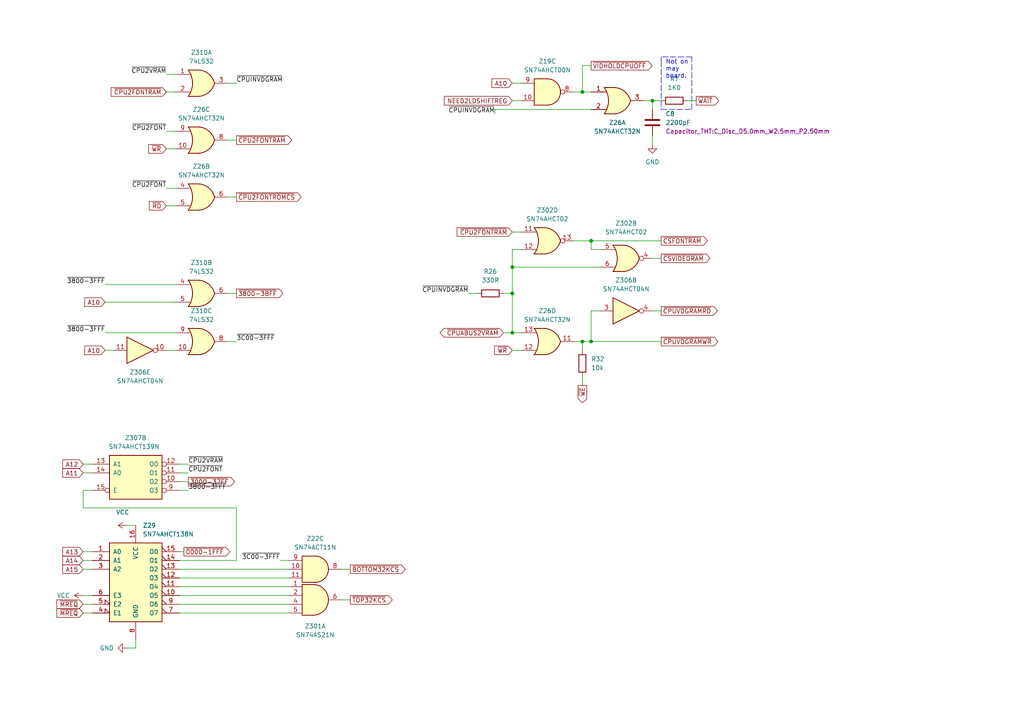
<source format=kicad_sch>
(kicad_sch (version 20211123) (generator eeschema)
  (paper "A4")
  (title_block (title "JupiterAce Z80 plus KIO and new memory format.") (date "2020-05-12") (rev "${REVNUM}") (company "Ontobus") (comment 1 "John Bradley") (comment 2 "https://creativecommons.org/licenses/by-nc-sa/4.0/") (comment 3 "Attribution-NonCommercial-ShareAlike 4.0 International License.") (comment 4 "This work is licensed under a Creative Commons "))
  (lib_symbols
    (symbol "74xx-FIX:74LS21" (pin_names (offset 1.016))
      (property "Reference" "U" (at 0 1.27 0))
      (property "Value" "74LS21" (at 0 -1.27 0))
      (symbol "74LS21_1_0"
        (pin no_connect line (at 2.54 -2.54 180) (length 2.54) hide (name "") (number "11"))
        (pin no_connect line (at 2.54 -1.27 180) (length 2.54) hide (name "") (number "3"))
      )
      (symbol "74LS21_1_1"
        (pin input line (at -7.62 3.81 0) (length 3.81) (name "~") (number "1"))
        (pin input line (at -7.62 1.27 0) (length 3.81) (name "~") (number "2"))
        (pin input line (at -7.62 -1.27 0) (length 3.81) (name "~") (number "4"))
        (pin input line (at -7.62 -3.81 0) (length 3.81) (name "~") (number "5"))
        (pin output line (at 7.62 0 180) (length 3.81) (name "~") (number "6"))
      )
      (symbol "74LS21_1_2"
        (pin input inverted (at -7.62 3.81 0) (length 3.81) (name "~") (number "1"))
        (pin input inverted (at -7.62 1.27 0) (length 4.826) (name "~") (number "2"))
        (pin input inverted (at -7.62 -1.27 0) (length 4.826) (name "~") (number "4"))
        (pin input inverted (at -7.62 -3.81 0) (length 3.81) (name "~") (number "5"))
        (pin output inverted (at 7.62 0 180) (length 3.81) (name "~") (number "6"))
      )
      (symbol "74LS21_2_1"
        (pin input line (at -7.62 1.27 0) (length 3.81) (name "~") (number "10"))
        (pin input line (at -7.62 -1.27 0) (length 3.81) (name "~") (number "12"))
        (pin input line (at -7.62 -3.81 0) (length 3.81) (name "~") (number "13"))
        (pin output line (at 7.62 0 180) (length 3.81) (name "~") (number "8"))
        (pin input line (at -7.62 3.81 0) (length 3.81) (name "~") (number "9"))
      )
      (symbol "74LS21_2_2"
        (pin input inverted (at -7.62 1.27 0) (length 4.826) (name "~") (number "10"))
        (pin input inverted (at -7.62 -1.27 0) (length 4.826) (name "~") (number "12"))
        (pin input inverted (at -7.62 -3.81 0) (length 3.81) (name "~") (number "13"))
        (pin output inverted (at 7.62 0 180) (length 3.81) (name "~") (number "8"))
        (pin input inverted (at -7.62 3.81 0) (length 3.81) (name "~") (number "9"))
      )
      (symbol "74LS21_3_0"
        (pin power_in line (at 0 12.7 270) (length 5.08) (name "VCC") (number "14"))
        (pin power_in line (at 0 -12.7 90) (length 5.08) (name "GND") (number "7"))
      )
    )
    (symbol "74xx:74LS00" (pin_names (offset 1.016))
      (property "Reference" "U" (at 0 1.27 0))
      (property "Value" "74LS00" (at 0 -1.27 0))
      (symbol "74LS00_1_1"
        (pin input line (at -7.62 2.54 0) (length 3.81) (name "~") (number "1"))
        (pin input line (at -7.62 -2.54 0) (length 3.81) (name "~") (number "2"))
        (pin output inverted (at 7.62 0 180) (length 3.81) (name "~") (number "3"))
      )
      (symbol "74LS00_1_2"
        (pin input inverted (at -7.62 2.54 0) (length 4.318) (name "~") (number "1"))
        (pin input inverted (at -7.62 -2.54 0) (length 4.318) (name "~") (number "2"))
        (pin output line (at 7.62 0 180) (length 3.81) (name "~") (number "3"))
      )
      (symbol "74LS00_2_1"
        (pin input line (at -7.62 2.54 0) (length 3.81) (name "~") (number "4"))
        (pin input line (at -7.62 -2.54 0) (length 3.81) (name "~") (number "5"))
        (pin output inverted (at 7.62 0 180) (length 3.81) (name "~") (number "6"))
      )
      (symbol "74LS00_2_2"
        (pin input inverted (at -7.62 2.54 0) (length 4.318) (name "~") (number "4"))
        (pin input inverted (at -7.62 -2.54 0) (length 4.318) (name "~") (number "5"))
        (pin output line (at 7.62 0 180) (length 3.81) (name "~") (number "6"))
      )
      (symbol "74LS00_3_1"
        (pin input line (at -7.62 -2.54 0) (length 3.81) (name "~") (number "10"))
        (pin output inverted (at 7.62 0 180) (length 3.81) (name "~") (number "8"))
        (pin input line (at -7.62 2.54 0) (length 3.81) (name "~") (number "9"))
      )
      (symbol "74LS00_3_2"
        (pin input inverted (at -7.62 -2.54 0) (length 4.318) (name "~") (number "10"))
        (pin output line (at 7.62 0 180) (length 3.81) (name "~") (number "8"))
        (pin input inverted (at -7.62 2.54 0) (length 4.318) (name "~") (number "9"))
      )
      (symbol "74LS00_4_1"
        (pin output inverted (at 7.62 0 180) (length 3.81) (name "~") (number "11"))
        (pin input line (at -7.62 2.54 0) (length 3.81) (name "~") (number "12"))
        (pin input line (at -7.62 -2.54 0) (length 3.81) (name "~") (number "13"))
      )
      (symbol "74LS00_4_2"
        (pin output line (at 7.62 0 180) (length 3.81) (name "~") (number "11"))
        (pin input inverted (at -7.62 2.54 0) (length 4.318) (name "~") (number "12"))
        (pin input inverted (at -7.62 -2.54 0) (length 4.318) (name "~") (number "13"))
      )
      (symbol "74LS00_5_0"
        (pin power_in line (at 0 12.7 270) (length 5.08) (name "VCC") (number "14"))
        (pin power_in line (at 0 -12.7 90) (length 5.08) (name "GND") (number "7"))
      )
    )
    (symbol "74xx:74LS02" (pin_names (offset 1.016))
      (property "Reference" "U" (at 0 1.27 0))
      (property "Value" "74LS02" (at 0 -1.27 0))
      (symbol "74LS02_1_1"
        (pin output inverted (at 7.62 0 180) (length 3.81) (name "~") (number "1"))
        (pin input line (at -7.62 2.54 0) (length 4.318) (name "~") (number "2"))
        (pin input line (at -7.62 -2.54 0) (length 4.318) (name "~") (number "3"))
      )
      (symbol "74LS02_1_2"
        (pin output line (at 7.62 0 180) (length 3.81) (name "~") (number "1"))
        (pin input inverted (at -7.62 2.54 0) (length 3.81) (name "~") (number "2"))
        (pin input inverted (at -7.62 -2.54 0) (length 3.81) (name "~") (number "3"))
      )
      (symbol "74LS02_2_1"
        (pin output inverted (at 7.62 0 180) (length 3.81) (name "~") (number "4"))
        (pin input line (at -7.62 2.54 0) (length 4.318) (name "~") (number "5"))
        (pin input line (at -7.62 -2.54 0) (length 4.318) (name "~") (number "6"))
      )
      (symbol "74LS02_2_2"
        (pin output line (at 7.62 0 180) (length 3.81) (name "~") (number "4"))
        (pin input inverted (at -7.62 2.54 0) (length 3.81) (name "~") (number "5"))
        (pin input inverted (at -7.62 -2.54 0) (length 3.81) (name "~") (number "6"))
      )
      (symbol "74LS02_3_1"
        (pin output inverted (at 7.62 0 180) (length 3.81) (name "~") (number "10"))
        (pin input line (at -7.62 2.54 0) (length 4.318) (name "~") (number "8"))
        (pin input line (at -7.62 -2.54 0) (length 4.318) (name "~") (number "9"))
      )
      (symbol "74LS02_3_2"
        (pin output line (at 7.62 0 180) (length 3.81) (name "~") (number "10"))
        (pin input inverted (at -7.62 2.54 0) (length 3.81) (name "~") (number "8"))
        (pin input inverted (at -7.62 -2.54 0) (length 3.81) (name "~") (number "9"))
      )
      (symbol "74LS02_4_1"
        (pin input line (at -7.62 2.54 0) (length 4.318) (name "~") (number "11"))
        (pin input line (at -7.62 -2.54 0) (length 4.318) (name "~") (number "12"))
        (pin output inverted (at 7.62 0 180) (length 3.81) (name "~") (number "13"))
      )
      (symbol "74LS02_4_2"
        (pin input inverted (at -7.62 2.54 0) (length 3.81) (name "~") (number "11"))
        (pin input inverted (at -7.62 -2.54 0) (length 3.81) (name "~") (number "12"))
        (pin output line (at 7.62 0 180) (length 3.81) (name "~") (number "13"))
      )
      (symbol "74LS02_5_0"
        (pin power_in line (at 0 12.7 270) (length 5.08) (name "VCC") (number "14"))
        (pin power_in line (at 0 -12.7 90) (length 5.08) (name "GND") (number "7"))
      )
    )
    (symbol "74xx:74LS04"
      (property "Reference" "U" (at 0 1.27 0))
      (property "Value" "74LS04" (at 0 -1.27 0))
      (symbol "74LS04_1_0"
        (pin input line (at -7.62 0 0) (length 3.81) (name "~") (number "1"))
        (pin output inverted (at 7.62 0 180) (length 3.81) (name "~") (number "2"))
      )
      (symbol "74LS04_2_0"
        (pin input line (at -7.62 0 0) (length 3.81) (name "~") (number "3"))
        (pin output inverted (at 7.62 0 180) (length 3.81) (name "~") (number "4"))
      )
      (symbol "74LS04_3_0"
        (pin input line (at -7.62 0 0) (length 3.81) (name "~") (number "5"))
        (pin output inverted (at 7.62 0 180) (length 3.81) (name "~") (number "6"))
      )
      (symbol "74LS04_4_0"
        (pin output inverted (at 7.62 0 180) (length 3.81) (name "~") (number "8"))
        (pin input line (at -7.62 0 0) (length 3.81) (name "~") (number "9"))
      )
      (symbol "74LS04_5_0"
        (pin output inverted (at 7.62 0 180) (length 3.81) (name "~") (number "10"))
        (pin input line (at -7.62 0 0) (length 3.81) (name "~") (number "11"))
      )
      (symbol "74LS04_6_0"
        (pin output inverted (at 7.62 0 180) (length 3.81) (name "~") (number "12"))
        (pin input line (at -7.62 0 0) (length 3.81) (name "~") (number "13"))
      )
      (symbol "74LS04_7_0"
        (pin power_in line (at 0 12.7 270) (length 5.08) (name "VCC") (number "14"))
        (pin power_in line (at 0 -12.7 90) (length 5.08) (name "GND") (number "7"))
      )
    )
    (symbol "74xx:74LS11" (pin_names (offset 1.016))
      (property "Reference" "U" (at 0 1.27 0))
      (property "Value" "74LS11" (at 0 -1.27 0))
      (symbol "74LS11_1_1"
        (pin input line (at -7.62 2.54 0) (length 3.81) (name "~") (number "1"))
        (pin output line (at 7.62 0 180) (length 3.81) (name "~") (number "12"))
        (pin input line (at -7.62 -2.54 0) (length 3.81) (name "~") (number "13"))
        (pin input line (at -7.62 0 0) (length 3.81) (name "~") (number "2"))
      )
      (symbol "74LS11_1_2"
        (pin input inverted (at -7.62 2.54 0) (length 4.318) (name "~") (number "1"))
        (pin output inverted (at 7.62 0 180) (length 3.81) (name "~") (number "12"))
        (pin input inverted (at -7.62 -2.54 0) (length 4.318) (name "~") (number "13"))
        (pin input inverted (at -7.62 0 0) (length 4.953) (name "~") (number "2"))
      )
      (symbol "74LS11_2_1"
        (pin input line (at -7.62 2.54 0) (length 3.81) (name "~") (number "3"))
        (pin input line (at -7.62 0 0) (length 3.81) (name "~") (number "4"))
        (pin input line (at -7.62 -2.54 0) (length 3.81) (name "~") (number "5"))
        (pin output line (at 7.62 0 180) (length 3.81) (name "~") (number "6"))
      )
      (symbol "74LS11_2_2"
        (pin input inverted (at -7.62 2.54 0) (length 4.318) (name "~") (number "3"))
        (pin input inverted (at -7.62 0 0) (length 4.953) (name "~") (number "4"))
        (pin input inverted (at -7.62 -2.54 0) (length 4.318) (name "~") (number "5"))
        (pin output inverted (at 7.62 0 180) (length 3.81) (name "~") (number "6"))
      )
      (symbol "74LS11_3_1"
        (pin input line (at -7.62 0 0) (length 3.81) (name "~") (number "10"))
        (pin input line (at -7.62 -2.54 0) (length 3.81) (name "~") (number "11"))
        (pin output line (at 7.62 0 180) (length 3.81) (name "~") (number "8"))
        (pin input line (at -7.62 2.54 0) (length 3.81) (name "~") (number "9"))
      )
      (symbol "74LS11_3_2"
        (pin input inverted (at -7.62 0 0) (length 4.953) (name "~") (number "10"))
        (pin input inverted (at -7.62 -2.54 0) (length 4.318) (name "~") (number "11"))
        (pin output inverted (at 7.62 0 180) (length 3.81) (name "~") (number "8"))
        (pin input inverted (at -7.62 2.54 0) (length 4.318) (name "~") (number "9"))
      )
      (symbol "74LS11_4_0"
        (pin power_in line (at 0 12.7 270) (length 5.08) (name "VCC") (number "14"))
        (pin power_in line (at 0 -12.7 90) (length 5.08) (name "GND") (number "7"))
      )
    )
    (symbol "74xx:74LS138" (pin_names (offset 1.016))
      (property "Reference" "U" (at -7.62 11.43 0))
      (property "Value" "74LS138" (at -7.62 -13.97 0))
      (symbol "74LS138_1_0"
        (pin input line (at -12.7 7.62 0) (length 5.08) (name "A0") (number "1"))
        (pin output output_low (at 12.7 -5.08 180) (length 5.08) (name "O5") (number "10"))
        (pin output output_low (at 12.7 -2.54 180) (length 5.08) (name "O4") (number "11"))
        (pin output output_low (at 12.7 0 180) (length 5.08) (name "O3") (number "12"))
        (pin output output_low (at 12.7 2.54 180) (length 5.08) (name "O2") (number "13"))
        (pin output output_low (at 12.7 5.08 180) (length 5.08) (name "O1") (number "14"))
        (pin output output_low (at 12.7 7.62 180) (length 5.08) (name "O0") (number "15"))
        (pin power_in line (at 0 15.24 270) (length 5.08) (name "VCC") (number "16"))
        (pin input line (at -12.7 5.08 0) (length 5.08) (name "A1") (number "2"))
        (pin input line (at -12.7 2.54 0) (length 5.08) (name "A2") (number "3"))
        (pin input input_low (at -12.7 -10.16 0) (length 5.08) (name "E1") (number "4"))
        (pin input input_low (at -12.7 -7.62 0) (length 5.08) (name "E2") (number "5"))
        (pin input line (at -12.7 -5.08 0) (length 5.08) (name "E3") (number "6"))
        (pin output output_low (at 12.7 -10.16 180) (length 5.08) (name "O7") (number "7"))
        (pin power_in line (at 0 -17.78 90) (length 5.08) (name "GND") (number "8"))
        (pin output output_low (at 12.7 -7.62 180) (length 5.08) (name "O6") (number "9"))
      )
    )
    (symbol "74xx:74LS139" (pin_names (offset 1.016))
      (property "Reference" "U" (at -7.62 8.89 0))
      (property "Value" "74LS139" (at -7.62 -8.89 0))
      (symbol "74LS139_1_0"
        (pin input inverted (at -12.7 -5.08 0) (length 5.08) (name "E") (number "1"))
        (pin input line (at -12.7 0 0) (length 5.08) (name "A0") (number "2"))
        (pin input line (at -12.7 2.54 0) (length 5.08) (name "A1") (number "3"))
        (pin output inverted (at 12.7 2.54 180) (length 5.08) (name "O0") (number "4"))
        (pin output inverted (at 12.7 0 180) (length 5.08) (name "O1") (number "5"))
        (pin output inverted (at 12.7 -2.54 180) (length 5.08) (name "O2") (number "6"))
        (pin output inverted (at 12.7 -5.08 180) (length 5.08) (name "O3") (number "7"))
      )
      (symbol "74LS139_2_0"
        (pin output inverted (at 12.7 -2.54 180) (length 5.08) (name "O2") (number "10"))
        (pin output inverted (at 12.7 0 180) (length 5.08) (name "O1") (number "11"))
        (pin output inverted (at 12.7 2.54 180) (length 5.08) (name "O0") (number "12"))
        (pin input line (at -12.7 2.54 0) (length 5.08) (name "A1") (number "13"))
        (pin input line (at -12.7 0 0) (length 5.08) (name "A0") (number "14"))
        (pin input inverted (at -12.7 -5.08 0) (length 5.08) (name "E") (number "15"))
        (pin output inverted (at 12.7 -5.08 180) (length 5.08) (name "O3") (number "9"))
      )
      (symbol "74LS139_3_0"
        (pin power_in line (at 0 12.7 270) (length 5.08) (name "VCC") (number "16"))
        (pin power_in line (at 0 -12.7 90) (length 5.08) (name "GND") (number "8"))
      )
    )
    (symbol "74xx:74LS32" (pin_names (offset 1.016))
      (property "Reference" "U" (at 0 1.27 0))
      (property "Value" "74LS32" (at 0 -1.27 0))
      (symbol "74LS32_1_1"
        (pin input line (at -7.62 2.54 0) (length 4.318) (name "~") (number "1"))
        (pin input line (at -7.62 -2.54 0) (length 4.318) (name "~") (number "2"))
        (pin output line (at 7.62 0 180) (length 3.81) (name "~") (number "3"))
      )
      (symbol "74LS32_1_2"
        (pin input inverted (at -7.62 2.54 0) (length 3.81) (name "~") (number "1"))
        (pin input inverted (at -7.62 -2.54 0) (length 3.81) (name "~") (number "2"))
        (pin output inverted (at 7.62 0 180) (length 3.81) (name "~") (number "3"))
      )
      (symbol "74LS32_2_1"
        (pin input line (at -7.62 2.54 0) (length 4.318) (name "~") (number "4"))
        (pin input line (at -7.62 -2.54 0) (length 4.318) (name "~") (number "5"))
        (pin output line (at 7.62 0 180) (length 3.81) (name "~") (number "6"))
      )
      (symbol "74LS32_2_2"
        (pin input inverted (at -7.62 2.54 0) (length 3.81) (name "~") (number "4"))
        (pin input inverted (at -7.62 -2.54 0) (length 3.81) (name "~") (number "5"))
        (pin output inverted (at 7.62 0 180) (length 3.81) (name "~") (number "6"))
      )
      (symbol "74LS32_3_1"
        (pin input line (at -7.62 -2.54 0) (length 4.318) (name "~") (number "10"))
        (pin output line (at 7.62 0 180) (length 3.81) (name "~") (number "8"))
        (pin input line (at -7.62 2.54 0) (length 4.318) (name "~") (number "9"))
      )
      (symbol "74LS32_3_2"
        (pin input inverted (at -7.62 -2.54 0) (length 3.81) (name "~") (number "10"))
        (pin output inverted (at 7.62 0 180) (length 3.81) (name "~") (number "8"))
        (pin input inverted (at -7.62 2.54 0) (length 3.81) (name "~") (number "9"))
      )
      (symbol "74LS32_4_1"
        (pin output line (at 7.62 0 180) (length 3.81) (name "~") (number "11"))
        (pin input line (at -7.62 2.54 0) (length 4.318) (name "~") (number "12"))
        (pin input line (at -7.62 -2.54 0) (length 4.318) (name "~") (number "13"))
      )
      (symbol "74LS32_4_2"
        (pin output inverted (at 7.62 0 180) (length 3.81) (name "~") (number "11"))
        (pin input inverted (at -7.62 2.54 0) (length 3.81) (name "~") (number "12"))
        (pin input inverted (at -7.62 -2.54 0) (length 3.81) (name "~") (number "13"))
      )
      (symbol "74LS32_5_0"
        (pin power_in line (at 0 12.7 270) (length 5.08) (name "VCC") (number "14"))
        (pin power_in line (at 0 -12.7 90) (length 5.08) (name "GND") (number "7"))
      )
    )
    (symbol "Device:C" (pin_numbers hide) (pin_names (offset 0.254))
      (property "Reference" "C" (at 0.635 2.54 0))
      (property "Value" "C" (at 0.635 -2.54 0))
      (symbol "C_1_1"
        (pin passive line (at 0 3.81 270) (length 2.794) (name "~") (number "1"))
        (pin passive line (at 0 -3.81 90) (length 2.794) (name "~") (number "2"))
      )
    )
    (symbol "Device:R" (pin_numbers hide) (pin_names (offset 0))
      (property "Reference" "R" (at 2.032 0 90))
      (property "Value" "R" (at 0 0 90))
      (symbol "R_1_1"
        (pin passive line (at 0 3.81 270) (length 1.27) (name "~") (number "1"))
        (pin passive line (at 0 -3.81 90) (length 1.27) (name "~") (number "2"))
      )
    )
    (symbol "power:GND" (power) (pin_names (offset 0))
      (property "Value" "GND" (at 0 -3.81 0))
      (symbol "GND_1_1"
        (pin power_in line (at 0 0 270) (length 0) hide (name "GND") (number "1"))
      )
    )
    (symbol "power:VCC" (power) (pin_names (offset 0))
      (property "Value" "VCC" (at 0 3.81 0))
      (symbol "VCC_1_1"
        (pin power_in line (at 0 0 90) (length 0) hide (name "VCC") (number "1"))
      )
    )
  )
  (junction (at 148.59 96.52))
  (junction (at 168.91 99.06))
  (junction (at 168.91 26.67))
  (junction (at 148.59 77.47))
  (junction (at 148.59 85.09))
  (junction (at 171.45 69.85))
  (junction (at 189.23 29.21))
  (junction (at 171.45 99.06))
  (wire (pts (xy 148.59 77.47) (xy 148.59 85.09)))
  (polyline (pts (xy 200.66 16.51) (xy 191.77 16.51)))
  (wire (pts (xy 146.05 85.09) (xy 148.59 85.09)))
  (wire (pts (xy 52.07 139.7) (xy 54.61 139.7)))
  (wire (pts (xy 24.13 142.24) (xy 26.67 142.24)))
  (wire (pts (xy 66.04 40.64) (xy 68.58 40.64)))
  (wire (pts (xy 24.13 175.26) (xy 26.67 175.26)))
  (wire (pts (xy 30.48 87.63) (xy 50.8 87.63)))
  (polyline (pts (xy 200.66 31.75) (xy 200.66 16.51)))
  (wire (pts (xy 189.23 29.21) (xy 191.77 29.21)))
  (wire (pts (xy 50.8 21.59) (xy 48.26 21.59)))
  (wire (pts (xy 189.23 74.93) (xy 191.77 74.93)))
  (wire (pts (xy 168.91 99.06) (xy 168.91 101.6)))
  (wire (pts (xy 52.07 175.26) (xy 83.82 175.26)))
  (wire (pts (xy 66.04 57.15) (xy 68.58 57.15)))
  (wire (pts (xy 52.07 167.64) (xy 83.82 167.64)))
  (wire (pts (xy 171.45 72.39) (xy 173.99 72.39)))
  (wire (pts (xy 52.07 165.1) (xy 83.82 165.1)))
  (wire (pts (xy 52.07 137.16) (xy 54.61 137.16)))
  (wire (pts (xy 148.59 96.52) (xy 151.13 96.52)))
  (wire (pts (xy 148.59 77.47) (xy 173.99 77.47)))
  (wire (pts (xy 143.51 31.75) (xy 171.45 31.75)))
  (wire (pts (xy 151.13 29.21) (xy 148.59 29.21)))
  (wire (pts (xy 30.48 96.52) (xy 50.8 96.52)))
  (wire (pts (xy 135.89 85.09) (xy 138.43 85.09)))
  (wire (pts (xy 171.45 69.85) (xy 191.77 69.85)))
  (wire (pts (xy 171.45 99.06) (xy 191.77 99.06)))
  (wire (pts (xy 168.91 109.22) (xy 168.91 111.76)))
  (wire (pts (xy 168.91 99.06) (xy 171.45 99.06)))
  (wire (pts (xy 99.06 165.1) (xy 101.6 165.1)))
  (wire (pts (xy 171.45 90.17) (xy 173.99 90.17)))
  (wire (pts (xy 168.91 19.05) (xy 171.45 19.05)))
  (wire (pts (xy 166.37 26.67) (xy 168.91 26.67)))
  (wire (pts (xy 33.02 101.6) (xy 30.48 101.6)))
  (wire (pts (xy 52.07 134.62) (xy 54.61 134.62)))
  (wire (pts (xy 171.45 99.06) (xy 171.45 90.17)))
  (wire (pts (xy 39.37 187.96) (xy 36.83 187.96)))
  (wire (pts (xy 26.67 137.16) (xy 24.13 137.16)))
  (wire (pts (xy 52.07 142.24) (xy 54.61 142.24)))
  (wire (pts (xy 52.07 177.8) (xy 83.82 177.8)))
  (wire (pts (xy 26.67 134.62) (xy 24.13 134.62)))
  (wire (pts (xy 30.48 82.55) (xy 50.8 82.55)))
  (polyline (pts (xy 191.77 17.78) (xy 191.77 31.75)))
  (wire (pts (xy 166.37 69.85) (xy 171.45 69.85)))
  (wire (pts (xy 148.59 72.39) (xy 148.59 77.47)))
  (wire (pts (xy 50.8 59.69) (xy 48.26 59.69)))
  (wire (pts (xy 171.45 69.85) (xy 171.45 72.39)))
  (wire (pts (xy 36.83 152.4) (xy 39.37 152.4)))
  (wire (pts (xy 166.37 99.06) (xy 168.91 99.06)))
  (wire (pts (xy 151.13 24.13) (xy 148.59 24.13)))
  (wire (pts (xy 24.13 165.1) (xy 26.67 165.1)))
  (wire (pts (xy 199.39 29.21) (xy 201.93 29.21)))
  (wire (pts (xy 68.58 24.13) (xy 66.04 24.13)))
  (polyline (pts (xy 191.77 16.51) (xy 191.77 17.78)))
  (wire (pts (xy 148.59 96.52) (xy 146.05 96.52)))
  (wire (pts (xy 189.23 31.75) (xy 189.23 29.21)))
  (wire (pts (xy 143.51 31.75) (xy 143.51 33.02)))
  (wire (pts (xy 66.04 99.06) (xy 68.58 99.06)))
  (wire (pts (xy 148.59 72.39) (xy 151.13 72.39)))
  (wire (pts (xy 39.37 185.42) (xy 39.37 187.96)))
  (wire (pts (xy 151.13 101.6) (xy 148.59 101.6)))
  (wire (pts (xy 186.69 29.21) (xy 189.23 29.21)))
  (wire (pts (xy 66.04 85.09) (xy 68.58 85.09)))
  (wire (pts (xy 52.07 162.56) (xy 68.58 162.56)))
  (wire (pts (xy 50.8 38.1) (xy 48.26 38.1)))
  (wire (pts (xy 50.8 43.18) (xy 48.26 43.18)))
  (polyline (pts (xy 191.77 31.75) (xy 200.66 31.75)))
  (wire (pts (xy 148.59 67.31) (xy 151.13 67.31)))
  (wire (pts (xy 24.13 177.8) (xy 26.67 177.8)))
  (wire (pts (xy 24.13 160.02) (xy 26.67 160.02)))
  (wire (pts (xy 168.91 19.05) (xy 168.91 26.67)))
  (wire (pts (xy 68.58 147.32) (xy 68.58 162.56)))
  (wire (pts (xy 189.23 90.17) (xy 191.77 90.17)))
  (wire (pts (xy 48.26 101.6) (xy 50.8 101.6)))
  (wire (pts (xy 189.23 41.91) (xy 189.23 39.37)))
  (wire (pts (xy 52.07 160.02) (xy 53.34 160.02)))
  (wire (pts (xy 68.58 147.32) (xy 24.13 147.32)))
  (wire (pts (xy 99.06 173.99) (xy 101.6 173.99)))
  (wire (pts (xy 24.13 172.72) (xy 26.67 172.72)))
  (wire (pts (xy 81.28 162.56) (xy 83.82 162.56)))
  (wire (pts (xy 168.91 26.67) (xy 171.45 26.67)))
  (wire (pts (xy 52.07 172.72) (xy 83.82 172.72)))
  (wire (pts (xy 24.13 142.24) (xy 24.13 147.32)))
  (wire (pts (xy 48.26 26.67) (xy 50.8 26.67)))
  (wire (pts (xy 24.13 162.56) (xy 26.67 162.56)))
  (wire (pts (xy 148.59 85.09) (xy 148.59 96.52)))
  (wire (pts (xy 52.07 170.18) (xy 83.82 170.18)))
  (wire (pts (xy 50.8 54.61) (xy 48.26 54.61)))
  (text "Not on\nmay\nboard." (at 193.04 22.86 0) (effects (font (size 1.27 1.27)) (justify left bottom)))
  (label "~{CPUINVDGRAM}" (at 68.58 24.13 0))
  (label "~{CPU2FONT}" (at 48.26 54.61 0))
  (label "~{CPU2VRAM}" (at 48.26 21.59 0))
  (label "~{3C00-3FFF}" (at 68.58 99.06 0))
  (label "~{3C00-3FFF}" (at 81.28 162.56 0))
  (label "~{3800-3FFF}" (at 54.61 142.24 0))
  (label "~{CPUINVDGRAM}" (at 135.89 85.09 0))
  (label "~{CPU2FONT}" (at 48.26 38.1 180))
  (label "~{CPU2VRAM}" (at 54.61 134.62 0))
  (label "~{CPUINVDGRAM}" (at 143.51 33.02 0))
  (label "~{CPU2FONT}" (at 54.61 137.16 0))
  (label "~{3800-3FFF}" (at 30.48 96.52 180))
  (label "~{3800-3FFF}" (at 30.48 82.55 180))
  (global_label "~{CPU2FONTRAM}" (shape input) (at 48.26 26.67 180) (property "Intersheet References" "${INTERSHEET_REFS}" (at 32.3287 26.5906 0) (effects (justify right))))
  (global_label "~{MREQ}" (shape input) (at 24.13 177.8 180) (property "Intersheet References" "${INTERSHEET_REFS}" (at 16.6048 177.7206 0) (effects (justify right))))
  (global_label "A10" (shape input) (at 30.48 101.6 180) (property "Intersheet References" "${INTERSHEET_REFS}" (at 24.6482 101.5206 0) (effects (justify right))))
  (global_label "A12" (shape input) (at 24.13 134.62 180) (property "Intersheet References" "${INTERSHEET_REFS}" (at 18.2982 134.5406 0) (effects (justify right))))
  (global_label "~{WR}" (shape input) (at 148.59 101.6 180) (property "Intersheet References" "${INTERSHEET_REFS}" (at 143.5444 101.5206 0) (effects (justify right))))
  (global_label "~{MREQ}" (shape input) (at 24.13 175.26 180) (property "Intersheet References" "${INTERSHEET_REFS}" (at 16.6048 175.1806 0) (effects (justify right))))
  (global_label "A10" (shape input) (at 30.48 87.63 180) (property "Intersheet References" "${INTERSHEET_REFS}" (at 24.6482 87.5506 0) (effects (justify right))))
  (global_label "~{3800-3BFF}" (shape output) (at 68.58 85.09 0) (property "Intersheet References" "${INTERSHEET_REFS}" (at 81.9713 85.0106 0) (effects (justify left))))
  (global_label "~{CPU2FONTRAM}" (shape input) (at 148.59 67.31 180) (property "Intersheet References" "${INTERSHEET_REFS}" (at 132.6587 67.2306 0) (effects (justify right))))
  (global_label "~{WAIT}" (shape output) (at 201.93 29.21 0) (property "Intersheet References" "${INTERSHEET_REFS}" (at 208.3666 29.1306 0) (effects (justify left))))
  (global_label "~{CPUVDGRAMWR}" (shape output) (at 191.77 99.06 0) (property "Intersheet References" "${INTERSHEET_REFS}" (at 208.1247 98.9806 0) (effects (justify left))))
  (global_label "~{RD}" (shape input) (at 48.26 59.69 180) (property "Intersheet References" "${INTERSHEET_REFS}" (at 43.3958 59.6106 0) (effects (justify right))))
  (global_label "~{CSFONTRAM}" (shape output) (at 191.77 69.85 0) (property "Intersheet References" "${INTERSHEET_REFS}" (at 205.1009 69.7706 0) (effects (justify left))))
  (global_label "~{3000-37FF}" (shape output) (at 54.61 139.7 0) (property "Intersheet References" "${INTERSHEET_REFS}" (at 67.9409 139.6206 0) (effects (justify left))))
  (global_label "A11" (shape input) (at 24.13 137.16 180) (property "Intersheet References" "${INTERSHEET_REFS}" (at 18.2982 137.0806 0) (effects (justify right))))
  (global_label "~{BOTTOM32KCS}" (shape output) (at 101.6 165.1 0) (property "Intersheet References" "${INTERSHEET_REFS}" (at 117.4104 165.0206 0) (effects (justify left))))
  (global_label "~{CPUABUS2VRAM}" (shape bidirectional) (at 146.05 96.52 180) (property "Intersheet References" "${INTERSHEET_REFS}" (at 128.8487 96.4406 0) (effects (justify right))))
  (global_label "NEED2LDSHIFTREG" (shape input) (at 148.59 29.21 180) (property "Intersheet References" "${INTERSHEET_REFS}" (at 130.6629 29.1306 0) (effects (justify right))))
  (global_label "~{CPUVDGRAMRD}" (shape output) (at 191.77 90.17 0) (property "Intersheet References" "${INTERSHEET_REFS}" (at 207.9432 90.0906 0) (effects (justify left))))
  (global_label "~{TOP32KCS}" (shape output) (at 101.6 173.99 0) (property "Intersheet References" "${INTERSHEET_REFS}" (at 113.6609 173.9106 0) (effects (justify left))))
  (global_label "A13" (shape input) (at 24.13 160.02 180) (property "Intersheet References" "${INTERSHEET_REFS}" (at 18.2982 159.9406 0) (effects (justify right))))
  (global_label "~{CPU2FONTROMCS}" (shape output) (at 68.58 57.15 0) (property "Intersheet References" "${INTERSHEET_REFS}" (at 87.2328 57.0706 0) (effects (justify left))))
  (global_label "A15" (shape input) (at 24.13 165.1 180) (property "Intersheet References" "${INTERSHEET_REFS}" (at 18.2982 165.0206 0) (effects (justify right))))
  (global_label "~{VIDHOLDCPUOFF}" (shape output) (at 171.45 19.05 0) (property "Intersheet References" "${INTERSHEET_REFS}" (at 189.0747 18.9706 0) (effects (justify left))))
  (global_label "~{CPU2FONTRAM}" (shape output) (at 68.58 40.64 0) (property "Intersheet References" "${INTERSHEET_REFS}" (at 84.5113 40.5606 0) (effects (justify left))))
  (global_label "A10" (shape input) (at 148.59 24.13 180) (property "Intersheet References" "${INTERSHEET_REFS}" (at 142.7582 24.0506 0) (effects (justify right))))
  (global_label "~{WR}" (shape input) (at 48.26 43.18 180) (property "Intersheet References" "${INTERSHEET_REFS}" (at 43.2144 43.1006 0) (effects (justify right))))
  (global_label "~{0000-1FFF}" (shape output) (at 53.34 160.02 0) (property "Intersheet References" "${INTERSHEET_REFS}" (at 66.5499 159.9406 0) (effects (justify left))))
  (global_label "~{CSVIDEORAM}" (shape output) (at 191.77 74.93 0) (property "Intersheet References" "${INTERSHEET_REFS}" (at 205.8266 74.8506 0) (effects (justify left))))
  (global_label "A14" (shape input) (at 24.13 162.56 180) (property "Intersheet References" "${INTERSHEET_REFS}" (at 18.2982 162.4806 0) (effects (justify right))))
  (global_label "~{WE}" (shape output) (at 168.91 111.76 270) (property "Intersheet References" "${INTERSHEET_REFS}" (at 168.8306 116.6847 90) (effects (justify right))))
  (symbol (lib_id "power:GND") (at 189.23 41.91 0) (unit 1)
    (property "Reference" "#~SUPPLY08" (effects hide))
    (property "Value" "GND" (at 189.23 46.99 0))
  )
  (symbol (lib_id "Device:R") (at 168.91 105.41 180) (unit 1)
    (property "Reference" "R32" (at 171.45 104.1399 0) (effects (justify right)))
    (property "Value" "10k" (at 171.45 106.6799 0) (effects (justify right)))
    (property "Footprint" "Resistor_THT:R_Axial_DIN0204_L3.6mm_D1.6mm_P1.90mm_Vertical" (effects hide))
    (property "Manufacturer_Name" "Vishay" (effects hide))
    (property "Manufacturer_Part_Number" "MBA02040C1002FRP00 " (effects hide))
  )
  (symbol (lib_id "74xx:74LS139") (at 39.37 137.16 0) (unit 2)
    (property "Reference" "Z307" (at 39.37 127 0))
    (property "Value" "SN74AHCT139N " (at 39.37 129.54 0))
    (property "Footprint" "Package_DIP:DIP-16_W7.62mm" (effects hide))
    (property "Datasheet" "http://www.ti.com/lit/ds/symlink/sn74ls139a.pdf" (effects hide))
    (property "Manufacturer_Name" "Texas Instruments" (effects hide))
    (property "Manufacturer_Part_Number" "SN74AHCT139N" (effects hide))
  )
  (symbol (lib_id "Device:C") (at 189.23 35.56 180) (unit 1)
    (property "Reference" "C8" (at 193.04 33.0199 0) (effects (justify right)))
    (property "Value" "2200pF" (at 193.04 35.5599 0) (effects (justify right)))
    (property "Footprint" "Capacitor_THT:C_Disc_D5.0mm_W2.5mm_P2.50mm" (at 193.04 38.0999 0) (effects (justify right)))
    (property "Height" "4" (effects hide))
    (property "Manufacturer_Name" "Vishay" (effects hide))
    (property "Manufacturer_Part_Number" "K222K15X7RH5UL2 " (effects hide))
  )
  (symbol (lib_id "74xx-FIX:74LS21") (at 91.44 173.99 0) (unit 1)
    (property "Reference" "Z301" (at 91.44 181.61 0))
    (property "Value" "SN74AS21N" (at 91.44 184.15 0))
    (property "Footprint" "Package_DIP:DIP-14_W7.62mm" (effects hide))
    (property "Datasheet" "http://www.ti.com/lit/gpn/sn74LS21" (effects hide))
    (property "Manufacturer_Part_Number" "SN74AS21N" (effects hide))
    (property "Manufacturer_Name" "Texas Instruments" (effects hide))
  )
  (symbol (lib_id "power:VCC") (at 36.83 152.4 90) (unit 1)
    (property "Reference" "#~PWR0104" (effects hide))
    (property "Value" "VCC" (at 35.56 148.59 90))
  )
  (symbol (lib_id "74xx:74LS02") (at 158.75 69.85 0) (unit 4)
    (property "Reference" "Z302" (at 158.75 60.96 0))
    (property "Value" "SN74AHCT02" (at 158.75 63.5 0))
    (property "Footprint" "Package_DIP:DIP-14_W7.62mm" (effects hide))
    (property "Datasheet" "http://www.ti.com/lit/gpn/sn74ls02" (effects hide))
    (property "Manufacturer_Part_Number" "SN74AHCT32N" (effects hide))
    (property "Manufacturer_Name" "Texas Instruments" (effects hide))
  )
  (symbol (lib_id "74xx:74LS02") (at 181.61 74.93 0) (unit 2)
    (property "Reference" "Z302" (at 181.61 64.77 0))
    (property "Value" "SN74AHCT02" (at 181.61 67.31 0))
    (property "Footprint" "Package_DIP:DIP-14_W7.62mm" (effects hide))
    (property "Datasheet" "http://www.ti.com/lit/gpn/sn74ls02" (effects hide))
    (property "Manufacturer_Part_Number" "SN74AHCT32N" (effects hide))
    (property "Manufacturer_Name" "Texas Instruments" (effects hide))
  )
  (symbol (lib_id "74xx:74LS11") (at 91.44 165.1 0) (unit 3)
    (property "Reference" "Z22" (at 91.44 156.21 0))
    (property "Value" "SN74ACT11N" (at 91.44 158.75 0))
    (property "Footprint" "Package_DIP:DIP-14_W7.62mm" (effects hide))
    (property "Datasheet" "http://www.ti.com/lit/gpn/sn74LS11" (effects hide))
    (property "Manufacturer_Part_Number" "SN74ACT11N" (effects hide))
    (property "Manufacturer_Name" "Texas Instruments" (effects hide))
  )
  (symbol (lib_id "74xx:74LS32") (at 179.07 29.21 0) (unit 1)
    (property "Reference" "Z26" (at 179.07 35.56 0))
    (property "Value" "SN74AHCT32N" (at 179.07 38.1 0))
    (property "Footprint" "Package_DIP:DIP-14_W7.62mm" (effects hide))
    (property "Datasheet" "http://www.ti.com/lit/gpn/sn74LS32" (effects hide))
    (property "Manufacturer_Part_Number" "SN74AHCT32N" (effects hide))
    (property "Manufacturer_Name" "Texas Instruments" (effects hide))
  )
  (symbol (lib_id "74xx:74LS32") (at 158.75 99.06 0) (mirror x) (unit 4)
    (property "Reference" "Z26" (at 158.75 90.17 0))
    (property "Value" "SN74AHCT32N" (at 158.75 92.71 0))
    (property "Footprint" "Package_DIP:DIP-14_W7.62mm" (effects hide))
    (property "Datasheet" "http://www.ti.com/lit/gpn/sn74LS32" (effects hide))
    (property "Manufacturer_Part_Number" "SN74AHCT32N" (effects hide))
    (property "Manufacturer_Name" "Texas Instruments" (effects hide))
  )
  (symbol (lib_id "74xx:74LS04") (at 181.61 90.17 0) (unit 2)
    (property "Reference" "Z306" (at 181.61 81.28 0))
    (property "Value" "SN74AHCT04N" (at 181.61 83.82 0))
    (property "Footprint" "Package_DIP:DIP-14_W7.62mm" (effects hide))
    (property "Datasheet" "http://www.ti.com/lit/gpn/sn74LS04" (effects hide))
    (property "Manufacturer_Part_Number" "SN74AHCT04N" (effects hide))
    (property "Manufacturer_Name" "Texas Instruments" (effects hide))
  )
  (symbol (lib_id "power:GND") (at 36.83 187.96 270) (unit 1)
    (property "Reference" "#~PWR0115" (effects hide))
    (property "Value" "GND" (at 33.02 187.9599 90) (effects (justify right)))
  )
  (symbol (lib_id "74xx:74LS00") (at 158.75 26.67 0) (unit 3)
    (property "Reference" "Z19" (at 158.75 17.78 0))
    (property "Value" "SN74AHCT00N" (at 158.75 20.32 0))
    (property "Footprint" "Package_DIP:DIP-14_W7.62mm" (effects hide))
    (property "Datasheet" "http://www.ti.com/lit/gpn/sn74ls00" (effects hide))
    (property "Manufacturer_Part_Number" "SN74AHCT00N" (effects hide))
    (property "Manufacturer_Name" "Texas Instruments" (effects hide))
  )
  (symbol (lib_id "power:VCC") (at 24.13 172.72 90) (unit 1)
    (property "Reference" "#~PWR0139" (effects hide))
    (property "Value" "VCC" (at 20.32 172.7199 90) (effects (justify left)))
  )
  (symbol (lib_id "74xx:74LS138") (at 39.37 167.64 0) (unit 1)
    (property "Reference" "Z29" (at 41.3894 152.4 0) (effects (justify left)))
    (property "Value" "SN74AHCT138N" (at 41.3894 154.94 0) (effects (justify left)))
    (property "Footprint" "Package_DIP:DIP-16_W7.62mm" (effects hide))
    (property "Datasheet" "http://www.ti.com/lit/gpn/sn74LS138" (effects hide))
    (property "Manufacturer_Part_Number" "SN74AHCT138N" (effects hide))
    (property "Manufacturer_Name" "Texas Instruments" (effects hide))
  )
  (symbol (lib_id "74xx:74LS32") (at 58.42 24.13 0) (unit 1)
    (property "Reference" "Z310" (at 58.42 15.24 0))
    (property "Value" "74LS32" (at 58.42 17.78 0))
    (property "Footprint" "Package_DIP:DIP-14_W7.62mm" (effects hide))
    (property "Datasheet" "http://www.ti.com/lit/gpn/sn74LS32" (effects hide))
  )
  (symbol (lib_id "Device:R") (at 142.24 85.09 270) (unit 1)
    (property "Reference" "R26" (at 142.24 78.74 90))
    (property "Value" "330R" (at 142.24 81.28 90))
    (property "Footprint" "Resistor_THT:R_Axial_DIN0204_L3.6mm_D1.6mm_P1.90mm_Vertical" (effects hide))
    (property "Manufacturer_Name" "Vishay" (effects hide))
    (property "Manufacturer_Part_Number" "MBA02040C3300FRP00 " (effects hide))
  )
  (symbol (lib_id "74xx:74LS32") (at 58.42 99.06 0) (unit 3)
    (property "Reference" "Z310" (at 58.42 90.17 0))
    (property "Value" "74LS32" (at 58.42 92.71 0))
    (property "Footprint" "Package_DIP:DIP-14_W7.62mm" (effects hide))
    (property "Datasheet" "http://www.ti.com/lit/gpn/sn74LS32" (effects hide))
  )
  (symbol (lib_id "74xx:74LS32") (at 58.42 40.64 0) (unit 3)
    (property "Reference" "Z26" (at 58.42 31.75 0))
    (property "Value" "SN74AHCT32N" (at 58.42 34.29 0))
    (property "Footprint" "Package_DIP:DIP-14_W7.62mm" (effects hide))
    (property "Datasheet" "http://www.ti.com/lit/gpn/sn74LS32" (effects hide))
    (property "Manufacturer_Part_Number" "SN74AHCT32N" (effects hide))
    (property "Manufacturer_Name" "Texas Instruments" (effects hide))
  )
  (symbol (lib_id "Device:R") (at 195.58 29.21 270) (unit 1)
    (property "Reference" "R?" (at 195.58 22.86 90))
    (property "Value" "1K0" (at 195.58 25.4 90))
    (property "Footprint" "Resistor_THT:R_Axial_DIN0204_L3.6mm_D1.6mm_P1.90mm_Vertical" (effects hide))
    (property "Manufacturer_Name" "Vishay" (effects hide))
    (property "Manufacturer_Part_Number" "MBA02040C3300FRP00 " (effects hide))
  )
  (symbol (lib_id "74xx:74LS32") (at 58.42 85.09 0) (unit 2)
    (property "Reference" "Z310" (at 58.42 76.2 0))
    (property "Value" "74LS32" (at 58.42 78.74 0))
    (property "Footprint" "Package_DIP:DIP-14_W7.62mm" (effects hide))
    (property "Datasheet" "http://www.ti.com/lit/gpn/sn74LS32" (effects hide))
  )
  (symbol (lib_id "74xx:74LS04") (at 40.64 101.6 0) (unit 5)
    (property "Reference" "Z306" (at 40.64 107.95 0))
    (property "Value" "SN74AHCT04N" (at 40.64 110.49 0))
    (property "Footprint" "Package_DIP:DIP-14_W7.62mm" (effects hide))
    (property "Datasheet" "http://www.ti.com/lit/gpn/sn74LS04" (effects hide))
    (property "Manufacturer_Part_Number" "SN74AHCT04N" (effects hide))
    (property "Manufacturer_Name" "Texas Instruments" (effects hide))
  )
  (symbol (lib_id "74xx:74LS32") (at 58.42 57.15 0) (unit 2)
    (property "Reference" "Z26" (at 58.42 48.26 0))
    (property "Value" "SN74AHCT32N" (at 58.42 50.8 0))
    (property "Footprint" "Package_DIP:DIP-14_W7.62mm" (effects hide))
    (property "Datasheet" "http://www.ti.com/lit/gpn/sn74LS32" (effects hide))
    (property "Manufacturer_Part_Number" "SN74AHCT32N" (effects hide))
    (property "Manufacturer_Name" "Texas Instruments" (effects hide))
  )
)
</source>
